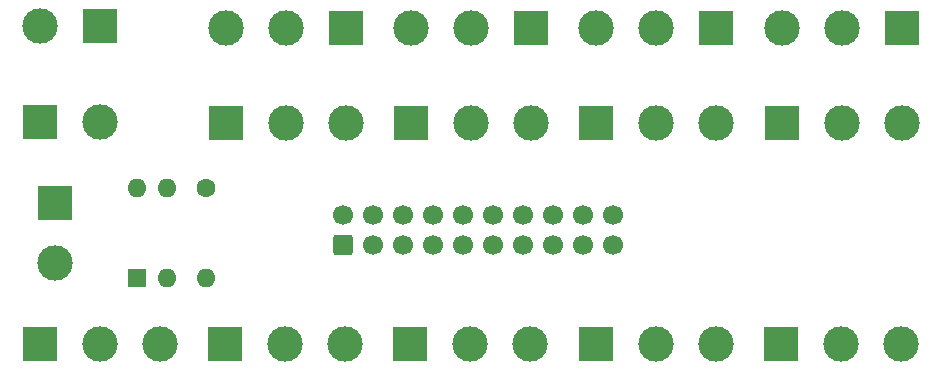
<source format=gbr>
%TF.GenerationSoftware,KiCad,Pcbnew,7.0.6*%
%TF.CreationDate,2023-09-19T17:15:07+08:00*%
%TF.ProjectId,ControlPanel_IO_Breakout,436f6e74-726f-46c5-9061-6e656c5f494f,0*%
%TF.SameCoordinates,Original*%
%TF.FileFunction,Soldermask,Bot*%
%TF.FilePolarity,Negative*%
%FSLAX46Y46*%
G04 Gerber Fmt 4.6, Leading zero omitted, Abs format (unit mm)*
G04 Created by KiCad (PCBNEW 7.0.6) date 2023-09-19 17:15:07*
%MOMM*%
%LPD*%
G01*
G04 APERTURE LIST*
G04 Aperture macros list*
%AMRoundRect*
0 Rectangle with rounded corners*
0 $1 Rounding radius*
0 $2 $3 $4 $5 $6 $7 $8 $9 X,Y pos of 4 corners*
0 Add a 4 corners polygon primitive as box body*
4,1,4,$2,$3,$4,$5,$6,$7,$8,$9,$2,$3,0*
0 Add four circle primitives for the rounded corners*
1,1,$1+$1,$2,$3*
1,1,$1+$1,$4,$5*
1,1,$1+$1,$6,$7*
1,1,$1+$1,$8,$9*
0 Add four rect primitives between the rounded corners*
20,1,$1+$1,$2,$3,$4,$5,0*
20,1,$1+$1,$4,$5,$6,$7,0*
20,1,$1+$1,$6,$7,$8,$9,0*
20,1,$1+$1,$8,$9,$2,$3,0*%
G04 Aperture macros list end*
%ADD10RoundRect,0.250000X0.600000X-0.600000X0.600000X0.600000X-0.600000X0.600000X-0.600000X-0.600000X0*%
%ADD11C,1.700000*%
%ADD12R,3.000000X3.000000*%
%ADD13C,3.000000*%
%ADD14C,1.600000*%
%ADD15O,1.600000X1.600000*%
%ADD16R,1.600000X1.600000*%
G04 APERTURE END LIST*
D10*
%TO.C,J11*%
X7608501Y-52305800D03*
D11*
X7608501Y-49765800D03*
X10148501Y-52305800D03*
X10148501Y-49765800D03*
X12688501Y-52305800D03*
X12688501Y-49765800D03*
X15228501Y-52305800D03*
X15228501Y-49765800D03*
X17768501Y-52305800D03*
X17768501Y-49765800D03*
X20308501Y-52305800D03*
X20308501Y-49765800D03*
X22848501Y-52305800D03*
X22848501Y-49765800D03*
X25388501Y-52305800D03*
X25388501Y-49765800D03*
X27928501Y-52305800D03*
X27928501Y-49765800D03*
X30468501Y-52305800D03*
X30468501Y-49765800D03*
%TD*%
D12*
%TO.C,J17*%
X-18037099Y-60751299D03*
D13*
X-12957099Y-60751299D03*
X-7877099Y-60751299D03*
%TD*%
D12*
%TO.C,J2*%
X39210100Y-33951301D03*
D13*
X34130100Y-33951301D03*
X29050100Y-33951301D03*
%TD*%
D12*
%TO.C,J7*%
X13378301Y-42015300D03*
D13*
X18458301Y-42015300D03*
X23538301Y-42015300D03*
%TD*%
D12*
%TO.C,J8*%
X-2291300Y-42015300D03*
D13*
X2788700Y-42015300D03*
X7868700Y-42015300D03*
%TD*%
D12*
%TO.C,J12*%
X-16757100Y-48813299D03*
D13*
X-16757100Y-53893299D03*
%TD*%
D12*
%TO.C,J6*%
X29050100Y-42015300D03*
D13*
X34130100Y-42015300D03*
X39210100Y-42015300D03*
%TD*%
D12*
%TO.C,J1*%
X54886300Y-33951301D03*
D13*
X49806300Y-33951301D03*
X44726300Y-33951301D03*
%TD*%
D12*
%TO.C,J4*%
X7868700Y-33951301D03*
D13*
X2788700Y-33951301D03*
X-2291300Y-33951301D03*
%TD*%
D12*
%TO.C,J13*%
X44654501Y-60751300D03*
D13*
X49734501Y-60751300D03*
X54814501Y-60751300D03*
%TD*%
D12*
%TO.C,J9*%
X-12967099Y-33827300D03*
D13*
X-18047099Y-33827300D03*
%TD*%
D12*
%TO.C,J16*%
X-2365300Y-60751300D03*
D13*
X2714700Y-60751300D03*
X7794700Y-60751300D03*
%TD*%
D12*
%TO.C,J14*%
X28978301Y-60751300D03*
D13*
X34058301Y-60751300D03*
X39138301Y-60751300D03*
%TD*%
%TO.C,J10*%
X-12967100Y-41891299D03*
D12*
X-18047100Y-41891299D03*
%TD*%
%TO.C,J15*%
X13306500Y-60751300D03*
D13*
X18386500Y-60751300D03*
X23466500Y-60751300D03*
%TD*%
D12*
%TO.C,J3*%
X23538300Y-33951301D03*
D13*
X18458300Y-33951301D03*
X13378300Y-33951301D03*
%TD*%
D12*
%TO.C,J5*%
X44726300Y-42015300D03*
D13*
X49806300Y-42015300D03*
X54886300Y-42015300D03*
%TD*%
D14*
%TO.C,R1*%
X-4041700Y-47543300D03*
D15*
X-4041700Y-55163300D03*
%TD*%
%TO.C,U1*%
X-9883700Y-47533299D03*
X-7343700Y-47533299D03*
X-7343700Y-55153299D03*
D16*
X-9883700Y-55153299D03*
%TD*%
M02*

</source>
